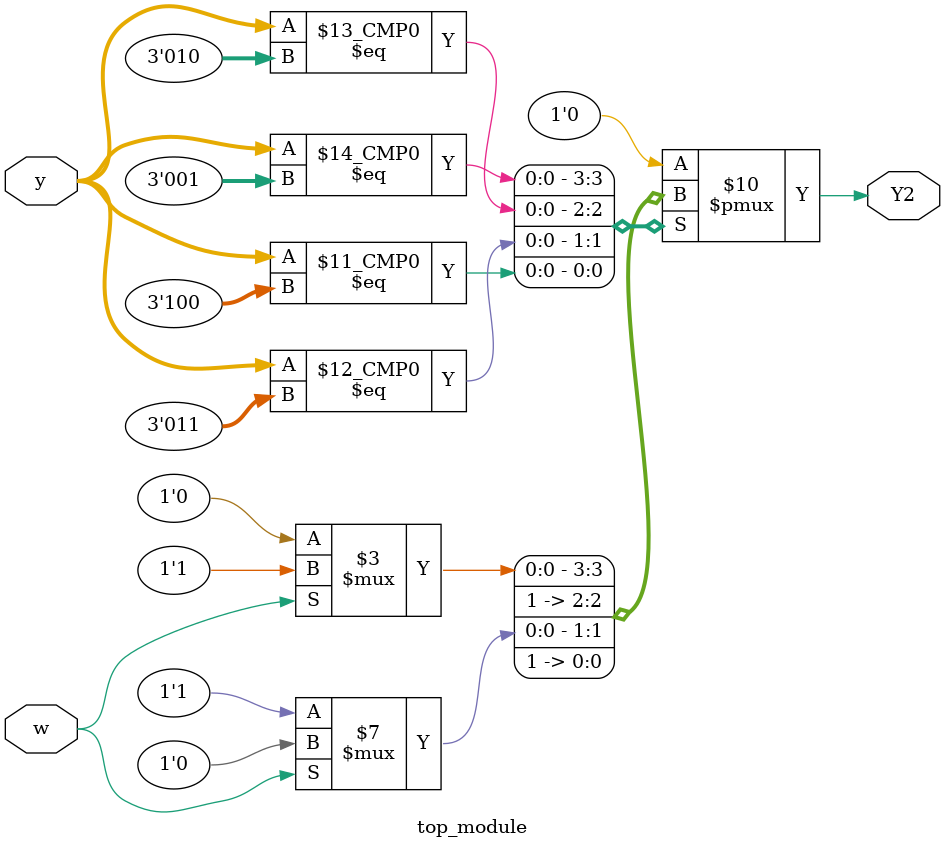
<source format=sv>
module top_module(
    input [3:1] y,
    input w,
    output reg Y2);

    always @(*) begin
        case (y)
            3'b000: Y2 = 1'b0; // State A -> Y2 = 0
            3'b001: Y2 = (w == 1'b0) ? 1'b0 : 1'b1; // State B -> Y2 = 0 for B to C, 1 for B to D
            3'b010: Y2 = (w == 1'b0) ? 1'b1 : 1'b1; // State C -> Y2 = 1 for both E and D
            3'b011: Y2 = (w == 1'b0) ? 1'b1 : 1'b0; // State D -> Y2 = 1 for D to F, 0 for D to A
            3'b100: Y2 = 1'b1; // State E -> Y2 = 1
            3'b101: Y2 = 1'b0; // State F -> Y2 = 0
            default: Y2 = 1'b0;
        endcase
    end

endmodule

</source>
